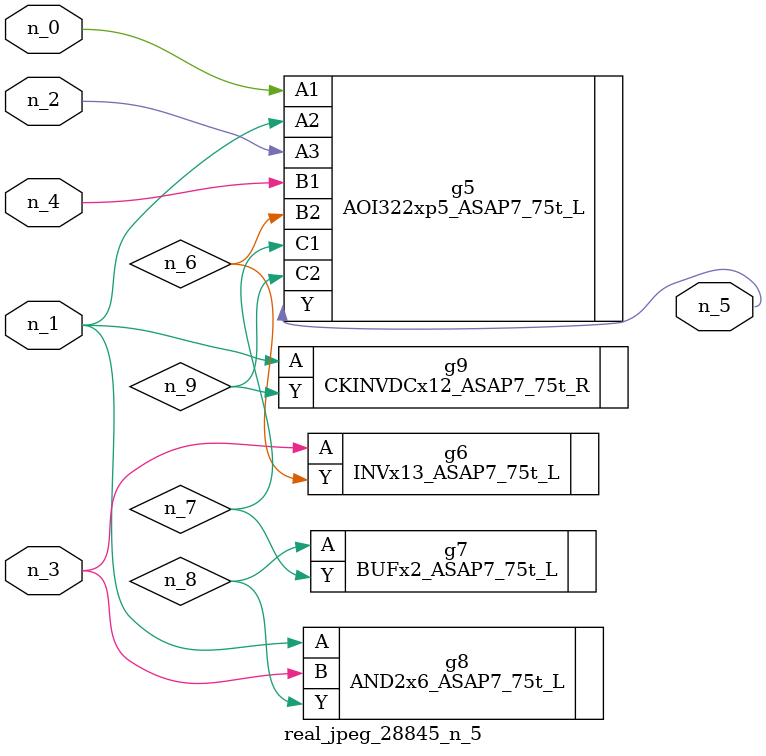
<source format=v>
module real_jpeg_28845_n_5 (n_4, n_0, n_1, n_2, n_3, n_5);

input n_4;
input n_0;
input n_1;
input n_2;
input n_3;

output n_5;

wire n_8;
wire n_6;
wire n_7;
wire n_9;

AOI322xp5_ASAP7_75t_L g5 ( 
.A1(n_0),
.A2(n_1),
.A3(n_2),
.B1(n_4),
.B2(n_6),
.C1(n_7),
.C2(n_9),
.Y(n_5)
);

AND2x6_ASAP7_75t_L g8 ( 
.A(n_1),
.B(n_3),
.Y(n_8)
);

CKINVDCx12_ASAP7_75t_R g9 ( 
.A(n_1),
.Y(n_9)
);

INVx13_ASAP7_75t_L g6 ( 
.A(n_3),
.Y(n_6)
);

BUFx2_ASAP7_75t_L g7 ( 
.A(n_8),
.Y(n_7)
);


endmodule
</source>
